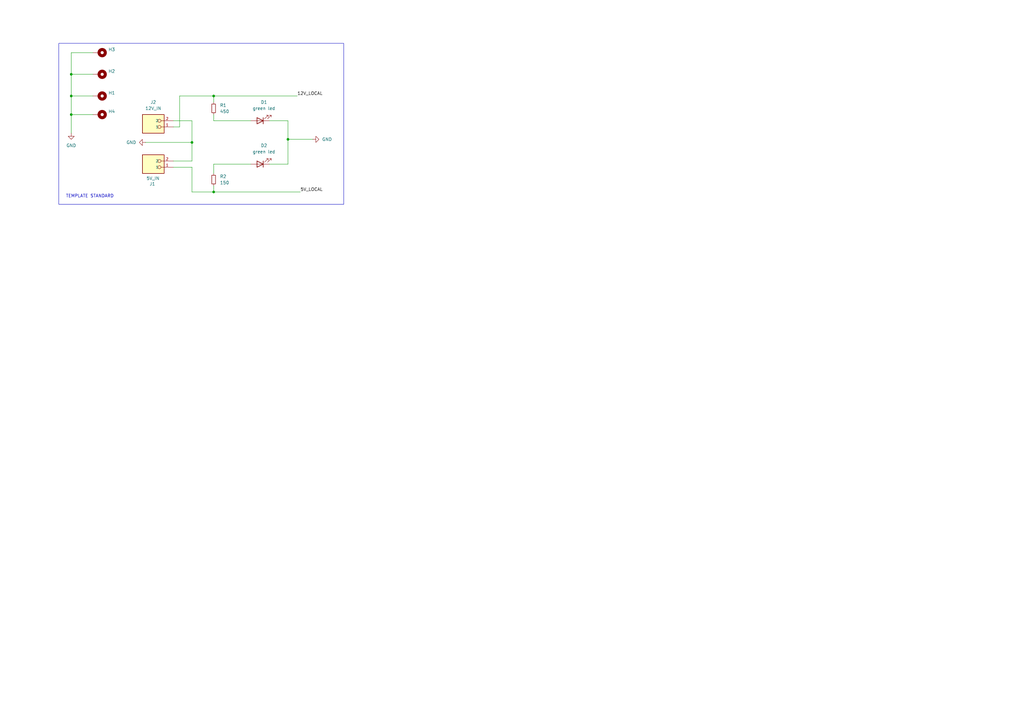
<source format=kicad_sch>
(kicad_sch (version 20231120) (generator "eeschema") (generator_version "8.0")
  (paper "A3")
  (title_block (title "Full Size PCB Template") (date "2024-08-05") (rev "Initial commit") (company "FabRice Team - Campus Fab"))
  (lib_symbols
    (symbol "1984963:1984963" (pin_names (offset 1.016))
      (property "Reference" "J" (at -2.54 3.302 0))
      (property "Value" "1984963" (at -2.54 -7.62 0))
      (symbol "1984963_0_0"
        (rectangle (start -3.81 -5.08) (end 5.08 2.54) (stroke (width 0.254)) (fill (type background)))
        (circle (center -1.905 -2.54) (radius 0.635) (stroke (width 0.1524)))
        (circle (center -1.905 0) (radius 0.635) (stroke (width 0.1524)))
        (pin passive line (at -7.62 0 0) (length 5.08) (name "1") (number "1"))
        (pin passive line (at -7.62 -2.54 0) (length 5.08) (name "2") (number "2"))
      )
    )
    (symbol "Device:LED" (pin_numbers hide) (pin_names (offset 1.016) hide)
      (property "Reference" "D" (at 0 2.54 0))
      (property "Value" "LED" (at 0 -2.54 0))
      (symbol "LED_0_1"
        (polyline (pts (xy -1.27 -1.27) (xy -1.27 1.27)) (stroke (width 0.254)))
        (polyline (pts (xy -1.27 0) (xy 1.27 0)))
        (polyline (pts (xy 1.27 -1.27) (xy 1.27 1.27) (xy -1.27 0) (xy 1.27 -1.27)) (stroke (width 0.254)))
        (polyline (pts (xy -3.048 -0.762) (xy -4.572 -2.286) (xy -3.81 -2.286) (xy -4.572 -2.286) (xy -4.572 -1.524)))
        (polyline (pts (xy -1.778 -0.762) (xy -3.302 -2.286) (xy -2.54 -2.286) (xy -3.302 -2.286) (xy -3.302 -1.524)))
      )
      (symbol "LED_1_1"
        (pin passive line (at -3.81 0 0) (length 2.54) (name "K") (number "1"))
        (pin passive line (at 3.81 0 180) (length 2.54) (name "A") (number "2"))
      )
    )
    (symbol "Device:R_Small" (pin_numbers hide) (pin_names (offset 0.254) hide)
      (property "Reference" "R" (at 0.762 0.508 0))
      (property "Value" "R_Small" (at 0.762 -1.016 0))
      (symbol "R_Small_0_1"
        (rectangle (start -0.762 1.778) (end 0.762 -1.778) (stroke (width 0.2032)))
      )
      (symbol "R_Small_1_1"
        (pin passive line (at 0 2.54 270) (length 0.762) (name "~") (number "1"))
        (pin passive line (at 0 -2.54 90) (length 0.762) (name "~") (number "2"))
      )
    )
    (symbol "Mechanical:MountingHole_Pad" (pin_numbers hide) (pin_names (offset 1.016) hide) (exclude_from_sim yes) (in_bom no)
      (property "Reference" "H" (at 0 6.35 0))
      (property "Value" "MountingHole_Pad" (at 0 4.445 0))
      (symbol "MountingHole_Pad_0_1"
        (circle (center 0 1.27) (radius 1.27) (stroke (width 1.27)))
      )
      (symbol "MountingHole_Pad_1_1"
        (pin input line (at 0 -2.54 90) (length 2.54) (name "1") (number "1"))
      )
    )
    (symbol "power:GND" (power) (pin_numbers hide) (pin_names (offset 0) hide)
      (property "Value" "GND" (at 0 -3.81 0))
      (symbol "GND_0_1"
        (polyline (pts (xy 0 0) (xy 0 -1.27) (xy 1.27 -1.27) (xy 0 -2.54) (xy -1.27 -1.27) (xy 0 -1.27)))
      )
      (symbol "GND_1_1"
        (pin power_in line (at 0 0 270) (length 0) (name "~") (number "1"))
      )
    )
  )
  (junction (at 87.63 39.37))
  (junction (at 78.74 58.42))
  (junction (at 118.11 57.15))
  (junction (at 87.63 78.74))
  (junction (at 29.21 30.48))
  (junction (at 29.21 39.37))
  (junction (at 29.21 46.99))
  (wire (pts (xy 87.63 46.99) (xy 87.63 49.53)))
  (wire (pts (xy 29.21 39.37) (xy 38.1 39.37)))
  (wire (pts (xy 118.11 49.53) (xy 118.11 57.15)))
  (wire (pts (xy 29.21 30.48) (xy 29.21 39.37)))
  (wire (pts (xy 78.74 58.42) (xy 78.74 66.04)))
  (wire (pts (xy 29.21 46.99) (xy 29.21 54.61)))
  (wire (pts (xy 87.63 71.12) (xy 87.63 67.31)))
  (wire (pts (xy 29.21 39.37) (xy 29.21 46.99)))
  (wire (pts (xy 87.63 39.37) (xy 121.92 39.37)))
  (wire (pts (xy 78.74 78.74) (xy 87.63 78.74)))
  (wire (pts (xy 78.74 49.53) (xy 71.12 49.53)))
  (wire (pts (xy 118.11 57.15) (xy 128.27 57.15)))
  (wire (pts (xy 87.63 78.74) (xy 123.19 78.74)))
  (wire (pts (xy 73.66 39.37) (xy 87.63 39.37)))
  (wire (pts (xy 78.74 49.53) (xy 78.74 58.42)))
  (wire (pts (xy 59.69 58.42) (xy 78.74 58.42)))
  (wire (pts (xy 73.66 39.37) (xy 73.66 52.07)))
  (wire (pts (xy 87.63 67.31) (xy 102.87 67.31)))
  (wire (pts (xy 78.74 78.74) (xy 78.74 68.58)))
  (wire (pts (xy 87.63 49.53) (xy 102.87 49.53)))
  (wire (pts (xy 118.11 67.31) (xy 118.11 57.15)))
  (wire (pts (xy 78.74 68.58) (xy 71.12 68.58)))
  (wire (pts (xy 87.63 39.37) (xy 87.63 41.91)))
  (wire (pts (xy 71.12 66.04) (xy 78.74 66.04)))
  (wire (pts (xy 73.66 52.07) (xy 71.12 52.07)))
  (wire (pts (xy 29.21 30.48) (xy 38.1 30.48)))
  (wire (pts (xy 29.21 46.99) (xy 38.1 46.99)))
  (wire (pts (xy 38.1 21.59) (xy 29.21 21.59)))
  (wire (pts (xy 110.49 67.31) (xy 118.11 67.31)))
  (wire (pts (xy 87.63 76.2) (xy 87.63 78.74)))
  (wire (pts (xy 110.49 49.53) (xy 118.11 49.53)))
  (wire (pts (xy 29.21 21.59) (xy 29.21 30.48)))
  (rectangle (start 24.13 17.78) (end 140.97 83.82))
  (text "TEMPLATE STANDARD" (at 36.83 80.518 0) (effects (font (size 1.27 1.27))))
  (label "12V_LOCAL" (at 121.92 39.37 0))
  (label "5V_LOCAL" (at 123.19 78.74 0))
  (symbol (lib_id "power:GND") (at 128.27 57.15 90) (unit 1)
    (property "Reference" "#PWR05" (effects (hide yes)))
    (property "Value" "GND" (at 132.08 57.1499 90) (effects (justify right)))
    (property "Description" "Power symbol creates a global label with name \"GND\" , ground" (effects (hide yes)))
  )
  (symbol (lib_id "Device:LED") (at 106.68 67.31 180) (unit 1)
    (property "Reference" "D2" (at 108.2675 59.69 0))
    (property "Value" "green led" (at 108.2675 62.23 0))
    (property "Footprint" "LED_SMD:LED_0805_2012Metric" (effects (hide yes)))
    (property "Description" "Light emitting diode" (effects (hide yes)))
  )
  (symbol (lib_id "Device:LED") (at 106.68 49.53 180) (unit 1)
    (property "Reference" "D1" (at 108.2675 41.91 0))
    (property "Value" "green led" (at 108.2675 44.45 0))
    (property "Footprint" "LED_SMD:LED_0805_2012Metric" (effects (hide yes)))
    (property "Description" "Light emitting diode" (effects (hide yes)))
  )
  (symbol (lib_id "Mechanical:MountingHole_Pad") (at 40.64 21.59 270) (unit 1) (exclude_from_sim yes) (in_bom no)
    (property "Reference" "H3" (at 44.45 20.3199 90) (effects (justify left)))
    (property "Value" "MountingHole_Pad" (effects (hide yes)))
    (property "Footprint" "MountingHole:MountingHole_3.2mm_M3_Pad" (effects (hide yes)))
    (property "Description" "Mounting Hole with connection" (effects (hide yes)))
  )
  (symbol (lib_id "Mechanical:MountingHole_Pad") (at 40.64 39.37 270) (unit 1) (exclude_from_sim yes) (in_bom no)
    (property "Reference" "H1" (at 44.45 38.0999 90) (effects (justify left)))
    (property "Value" "MountingHole_Pad" (effects (hide yes)))
    (property "Footprint" "MountingHole:MountingHole_3.2mm_M3_Pad" (effects (hide yes)))
    (property "Description" "Mounting Hole with connection" (effects (hide yes)))
  )
  (symbol (lib_id "Mechanical:MountingHole_Pad") (at 40.64 46.99 270) (unit 1) (exclude_from_sim yes) (in_bom no)
    (property "Reference" "H4" (at 44.45 45.7199 90) (effects (justify left)))
    (property "Value" "MountingHole_Pad" (effects (hide yes)))
    (property "Footprint" "MountingHole:MountingHole_3.2mm_M3_Pad" (effects (hide yes)))
    (property "Description" "Mounting Hole with connection" (effects (hide yes)))
  )
  (symbol (lib_id "Mechanical:MountingHole_Pad") (at 40.64 30.48 270) (unit 1) (exclude_from_sim yes) (in_bom no)
    (property "Reference" "H2" (at 44.45 29.2099 90) (effects (justify left)))
    (property "Value" "MountingHole_Pad" (effects (hide yes)))
    (property "Footprint" "MountingHole:MountingHole_3.2mm_M3_Pad" (effects (hide yes)))
    (property "Description" "Mounting Hole with connection" (effects (hide yes)))
  )
  (symbol (lib_id "Device:R_Small") (at 87.63 73.66 0) (unit 1)
    (property "Reference" "R2" (at 90.17 72.3899 0) (effects (justify left)))
    (property "Value" "150" (at 90.17 74.9299 0) (effects (justify left)))
    (property "Footprint" "Resistor_SMD:R_1206_3216Metric" (effects (hide yes)))
    (property "Description" "Resistor, small symbol" (effects (hide yes)))
  )
  (symbol (lib_id "1984963:1984963") (at 63.5 52.07 180) (unit 1)
    (property "Reference" "J2" (at 62.865 41.91 0))
    (property "Value" "12V_IN" (at 62.865 44.45 0))
    (property "Footprint" "Footprints:PHOENIX_1984963" (effects (hide yes)))
    (property "PARTREV" "18.07.2018" (effects (hide yes)))
    (property "STANDARD" "Manufacturer Recommendations" (effects (hide yes)))
    (property "MAXIMUM_PACKAGE_HEIGHT" "13.1mm" (effects (hide yes)))
    (property "MANUFACTURER" "Phoenix Contact" (effects (hide yes)))
  )
  (symbol (lib_id "Device:R_Small") (at 87.63 44.45 0) (unit 1)
    (property "Reference" "R1" (at 90.17 43.1799 0) (effects (justify left)))
    (property "Value" "450" (at 90.17 45.7199 0) (effects (justify left)))
    (property "Footprint" "Resistor_SMD:R_1206_3216Metric" (effects (hide yes)))
    (property "Description" "Resistor, small symbol" (effects (hide yes)))
  )
  (symbol (lib_id "power:GND") (at 29.21 54.61 0) (unit 1)
    (property "Reference" "#PWR01" (effects (hide yes)))
    (property "Value" "GND" (at 29.21 59.69 0))
    (property "Description" "Power symbol creates a global label with name \"GND\" , ground" (effects (hide yes)))
  )
  (symbol (lib_id "1984963:1984963") (at 63.5 68.58 180) (unit 1)
    (property "Reference" "J1" (at 62.484 75.438 0))
    (property "Value" "5V_IN" (at 62.738 73.152 0))
    (property "Footprint" "Footprints:PHOENIX_1984963" (effects (hide yes)))
    (property "PARTREV" "18.07.2018" (effects (hide yes)))
    (property "STANDARD" "Manufacturer Recommendations" (effects (hide yes)))
    (property "MAXIMUM_PACKAGE_HEIGHT" "13.1mm" (effects (hide yes)))
    (property "MANUFACTURER" "Phoenix Contact" (effects (hide yes)))
  )
  (symbol (lib_id "power:GND") (at 59.69 58.42 270) (unit 1)
    (property "Reference" "#PWR02" (effects (hide yes)))
    (property "Value" "GND" (at 55.88 58.4199 90) (effects (justify right)))
    (property "Description" "Power symbol creates a global label with name \"GND\" , ground" (effects (hide yes)))
  )
)
</source>
